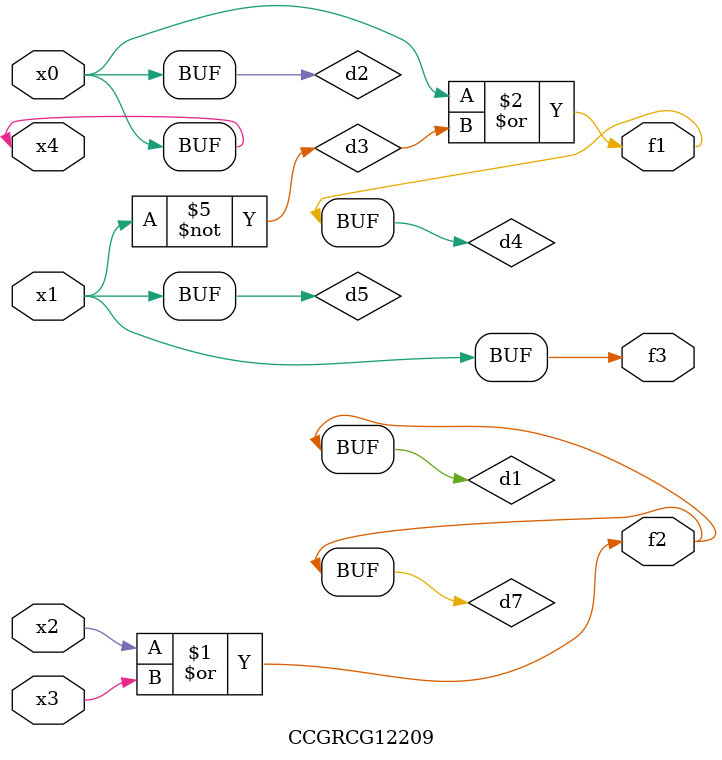
<source format=v>
module CCGRCG12209(
	input x0, x1, x2, x3, x4,
	output f1, f2, f3
);

	wire d1, d2, d3, d4, d5, d6, d7;

	or (d1, x2, x3);
	buf (d2, x0, x4);
	not (d3, x1);
	or (d4, d2, d3);
	not (d5, d3);
	nand (d6, d1, d3);
	or (d7, d1);
	assign f1 = d4;
	assign f2 = d7;
	assign f3 = d5;
endmodule

</source>
